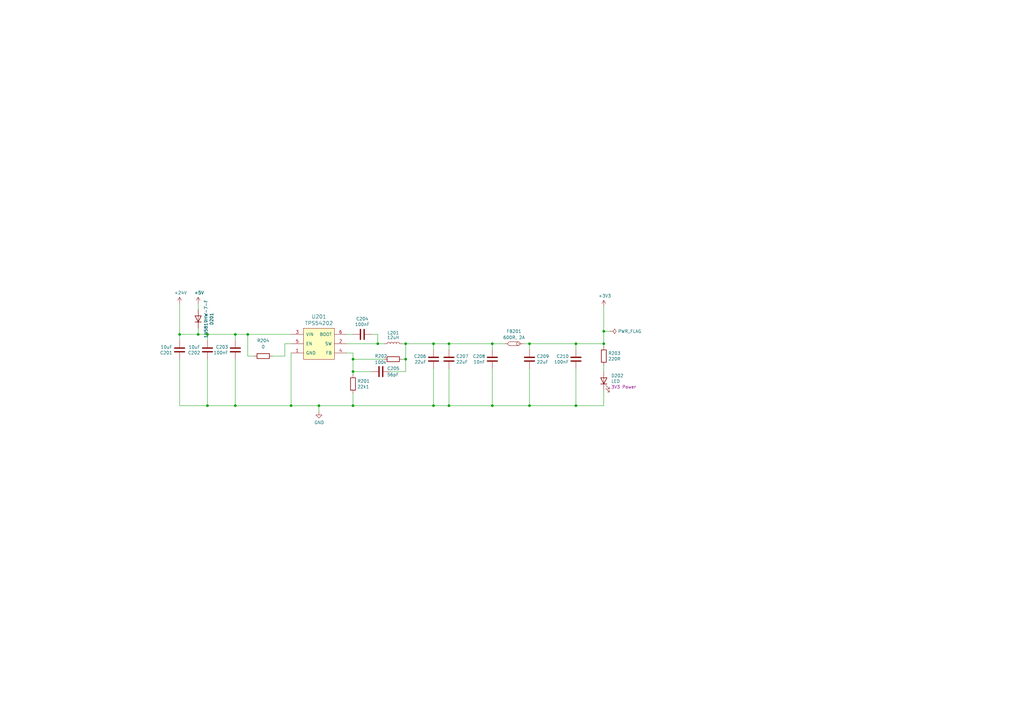
<source format=kicad_sch>
(kicad_sch (version 20211123) (generator eeschema)
  (paper "A3")
  (title_block (title "Control Box") (date "2020-12-15") (rev "vB") (comment 1 "EA") (comment 2 "MJ"))
  (lib_symbols
    (symbol "RCAS_Diodes:D" (pin_numbers hide) (pin_names (offset 1.016) hide)
      (property "Reference" "D" (at 0 2.54 0))
      (property "Value" "D" (at 0 -2.54 0))
      (symbol "D_0_1"
        (polyline (pts (xy -1.27 1.27) (xy -1.27 -1.27)) (stroke (width 0.254)))
        (polyline (pts (xy 1.27 0) (xy -1.27 0)))
        (polyline (pts (xy 1.27 1.27) (xy 1.27 -1.27) (xy -1.27 0) (xy 1.27 1.27)) (stroke (width 0.254)))
      )
      (symbol "D_1_1"
        (pin passive line (at -3.81 0 0) (length 2.54) (name "K") (number "1"))
        (pin passive line (at 3.81 0 180) (length 2.54) (name "A") (number "2"))
      )
    )
    (symbol "RCAS_LEDs:LED" (pin_numbers hide) (pin_names (offset 1.016) hide)
      (property "Reference" "D" (at 0 2.54 0))
      (property "Value" "LED" (at 0 -2.54 0))
      (symbol "LED_0_1"
        (polyline (pts (xy -1.27 -1.27) (xy -1.27 1.27)) (stroke (width 0.254)))
        (polyline (pts (xy -1.27 0) (xy 1.27 0)))
        (polyline (pts (xy 1.27 -1.27) (xy 1.27 1.27) (xy -1.27 0) (xy 1.27 -1.27)) (stroke (width 0.254)))
        (polyline (pts (xy -3.048 -0.762) (xy -4.572 -2.286) (xy -3.81 -2.286) (xy -4.572 -2.286) (xy -4.572 -1.524)))
        (polyline (pts (xy -1.778 -0.762) (xy -3.302 -2.286) (xy -2.54 -2.286) (xy -3.302 -2.286) (xy -3.302 -1.524)))
      )
      (symbol "LED_1_1"
        (pin passive line (at -3.81 0 0) (length 2.54) (name "K") (number "1"))
        (pin passive line (at 3.81 0 180) (length 2.54) (name "A") (number "2"))
      )
    )
    (symbol "RCAS_Passives:Capacitor" (pin_numbers hide) (pin_names (offset 0.254))
      (property "Reference" "C" (at 0.635 2.54 0))
      (property "Value" "Capacitor" (at 0.635 -2.54 0))
      (symbol "Capacitor_0_1"
        (polyline (pts (xy -2.032 -0.762) (xy 2.032 -0.762)) (stroke (width 0.508)))
        (polyline (pts (xy -2.032 0.762) (xy 2.032 0.762)) (stroke (width 0.508)))
      )
      (symbol "Capacitor_1_1"
        (pin passive line (at 0 3.81 270) (length 2.794) (name "~") (number "1"))
        (pin passive line (at 0 -3.81 90) (length 2.794) (name "~") (number "2"))
      )
    )
    (symbol "RCAS_Passives:Ferrite_Bead" (pin_numbers hide) (pin_names (offset 0))
      (property "Reference" "FB" (at -1.905 0.635 90))
      (property "Value" "Ferrite_Bead" (at 1.905 0.635 90))
      (symbol "Ferrite_Bead_0_1"
        (arc (start -0.762 -1.778) (mid 0 -2.54) (end 0.762 -1.778))
        (polyline (pts (xy -0.762 -1.778) (xy -0.762 1.778)))
        (polyline (pts (xy 0.762 -1.778) (xy 0.762 1.778)))
        (circle (center 0 1.778) (radius 0.762))
      )
      (symbol "Ferrite_Bead_1_1"
        (pin passive line (at 0 3.81 270) (length 2.032) (name "~") (number "1"))
        (pin passive line (at 0 -3.81 90) (length 1.27) (name "~") (number "2"))
      )
    )
    (symbol "RCAS_Passives:Inductor" (pin_numbers hide) (pin_names (offset 1.016) hide)
      (property "Reference" "L" (at -1.27 0 90))
      (property "Value" "Inductor" (at 1.905 0 90))
      (symbol "Inductor_0_1"
        (arc (start 0 -2.54) (mid 0.635 -1.905) (end 0 -1.27))
        (arc (start 0 -1.27) (mid 0.635 -0.635) (end 0 0))
        (arc (start 0 0) (mid 0.635 0.635) (end 0 1.27))
        (arc (start 0 1.27) (mid 0.635 1.905) (end 0 2.54))
      )
      (symbol "Inductor_1_1"
        (pin passive line (at 0 3.81 270) (length 1.27) (name "1") (number "1"))
        (pin passive line (at 0 -3.81 90) (length 1.27) (name "2") (number "2"))
      )
    )
    (symbol "RCAS_Passives:Resistor" (pin_numbers hide) (pin_names (offset 0))
      (property "Reference" "R" (at 2.032 0 90))
      (property "Value" "Resistor" (at 0 0 90))
      (symbol "Resistor_0_1"
        (rectangle (start -1.016 -2.54) (end 1.016 2.54) (stroke (width 0.254)))
      )
      (symbol "Resistor_1_1"
        (pin passive line (at 0 3.81 270) (length 1.27) (name "~") (number "1"))
        (pin passive line (at 0 -3.81 90) (length 1.27) (name "~") (number "2"))
      )
    )
    (symbol "RCAS_Power_Symbols:+24V0" (power) (pin_names (offset 0))
      (property "Value" "+24V0" (at 0 3.556 0))
      (symbol "+24V0_0_1"
        (polyline (pts (xy -0.762 1.27) (xy 0 2.54)))
        (polyline (pts (xy 0 0) (xy 0 2.54)))
        (polyline (pts (xy 0 2.54) (xy 0.762 1.27)))
      )
      (symbol "+24V0_1_1"
        (pin power_in line (at 0 0 90) (length 0) hide (name "+24V") (number "1"))
      )
    )
    (symbol "RCAS_Power_Symbols:+3V3" (power) (pin_names (offset 0))
      (property "Value" "+3V3" (at 0 3.556 0))
      (symbol "+3V3_0_1"
        (polyline (pts (xy -0.762 1.27) (xy 0 2.54)))
        (polyline (pts (xy 0 0) (xy 0 2.54)))
        (polyline (pts (xy 0 2.54) (xy 0.762 1.27)))
      )
      (symbol "+3V3_1_1"
        (pin power_in line (at 0 0 90) (length 0) hide (name "+3V3") (number "1"))
      )
    )
    (symbol "RCAS_Power_Symbols:+5V0" (power) (pin_names (offset 0))
      (property "Value" "+5V0" (at 0 3.556 0))
      (symbol "+5V0_0_1"
        (polyline (pts (xy -0.762 1.27) (xy 0 2.54)))
        (polyline (pts (xy 0 0) (xy 0 2.54)))
        (polyline (pts (xy 0 2.54) (xy 0.762 1.27)))
      )
      (symbol "+5V0_1_1"
        (pin power_in line (at 0 0 90) (length 0) hide (name "+5V") (number "1"))
      )
    )
    (symbol "RCAS_Power_Symbols:GND" (power) (pin_names (offset 0))
      (property "Value" "GND" (at 0 -3.81 0))
      (symbol "GND_0_1"
        (polyline (pts (xy 0 0) (xy 0 -1.27) (xy 1.27 -1.27) (xy 0 -2.54) (xy -1.27 -1.27) (xy 0 -1.27)))
      )
      (symbol "GND_1_1"
        (pin power_in line (at 0 0 270) (length 0) hide (name "GND") (number "1"))
      )
    )
    (symbol "RCAS_Power_Symbols:PWR_FLAG" (power) (pin_numbers hide) (pin_names (offset 0) hide)
      (symbol "PWR_FLAG_0_0"
        (pin power_out line (at 0 0 90) (length 0) (name "pwr") (number "1"))
      )
      (symbol "PWR_FLAG_0_1"
        (polyline (pts (xy 0 0) (xy 0 1.27) (xy -1.016 1.905) (xy 0 2.54) (xy 1.016 1.905) (xy 0 1.27)))
      )
    )
    (symbol "RCAS_Regulators_Switch-Mode:TPS54202" (pin_names (offset 1.016))
      (property "Reference" "U201" (at 0 11.0998 0))
      (property "Value" "TPS54202" (at 0 8.4074 0))
      (symbol "TPS54202_0_1"
        (rectangle (start -6.35 6.35) (end 6.35 -6.35) (fill (type background)))
      )
      (symbol "TPS54202_1_1"
        (pin power_in line (at -11.43 -3.81 0) (length 5.08) (name "GND") (number "1"))
        (pin output line (at 11.43 0 180) (length 5.08) (name "SW") (number "2"))
        (pin power_in line (at -11.43 3.81 0) (length 5.08) (name "VIN") (number "3"))
        (pin input line (at 11.43 -3.81 180) (length 5.08) (name "FB") (number "4"))
        (pin input line (at -11.43 0 0) (length 5.08) (name "EN") (number "5"))
        (pin output line (at 11.43 3.81 180) (length 5.08) (name "BOOT") (number "6"))
      )
    )
  )
  (junction (at 96.52 137.16))
  (junction (at 236.22 140.97))
  (junction (at 96.52 166.37))
  (junction (at 130.81 166.37))
  (junction (at 217.17 166.37))
  (junction (at 247.65 135.89))
  (junction (at 177.8 140.97))
  (junction (at 73.66 137.16))
  (junction (at 184.15 140.97))
  (junction (at 119.38 166.37))
  (junction (at 201.93 166.37))
  (junction (at 166.37 140.97))
  (junction (at 236.22 166.37))
  (junction (at 217.17 140.97))
  (junction (at 177.8 166.37))
  (junction (at 144.78 152.4))
  (junction (at 154.94 140.97))
  (junction (at 247.65 140.97))
  (junction (at 101.6 137.16))
  (junction (at 201.93 140.97))
  (junction (at 85.09 137.16))
  (junction (at 144.78 166.37))
  (junction (at 166.37 147.32))
  (junction (at 184.15 166.37))
  (junction (at 144.78 147.32))
  (junction (at 81.28 137.16))
  (junction (at 85.09 166.37))
  (wire (pts (xy 166.37 140.97) (xy 177.8 140.97)))
  (wire (pts (xy 144.78 161.29) (xy 144.78 166.37)))
  (wire (pts (xy 201.93 140.97) (xy 201.93 143.51)))
  (wire (pts (xy 81.28 137.16) (xy 85.09 137.16)))
  (wire (pts (xy 116.84 140.97) (xy 119.38 140.97)))
  (wire (pts (xy 177.8 151.13) (xy 177.8 166.37)))
  (wire (pts (xy 96.52 137.16) (xy 101.6 137.16)))
  (wire (pts (xy 236.22 151.13) (xy 236.22 166.37)))
  (wire (pts (xy 144.78 144.78) (xy 142.24 144.78)))
  (wire (pts (xy 73.66 137.16) (xy 81.28 137.16)))
  (wire (pts (xy 104.14 146.05) (xy 101.6 146.05)))
  (wire (pts (xy 217.17 151.13) (xy 217.17 166.37)))
  (wire (pts (xy 236.22 140.97) (xy 217.17 140.97)))
  (wire (pts (xy 201.93 151.13) (xy 201.93 166.37)))
  (wire (pts (xy 85.09 137.16) (xy 96.52 137.16)))
  (wire (pts (xy 81.28 124.46) (xy 81.28 127)))
  (wire (pts (xy 236.22 143.51) (xy 236.22 140.97)))
  (wire (pts (xy 73.66 166.37) (xy 85.09 166.37)))
  (wire (pts (xy 116.84 146.05) (xy 116.84 140.97)))
  (wire (pts (xy 142.24 140.97) (xy 154.94 140.97)))
  (wire (pts (xy 96.52 139.7) (xy 96.52 137.16)))
  (wire (pts (xy 96.52 147.32) (xy 96.52 166.37)))
  (wire (pts (xy 85.09 147.32) (xy 85.09 166.37)))
  (wire (pts (xy 165.1 147.32) (xy 166.37 147.32)))
  (wire (pts (xy 217.17 166.37) (xy 236.22 166.37)))
  (wire (pts (xy 152.4 137.16) (xy 154.94 137.16)))
  (wire (pts (xy 101.6 137.16) (xy 119.38 137.16)))
  (wire (pts (xy 247.65 125.73) (xy 247.65 135.89)))
  (wire (pts (xy 217.17 166.37) (xy 201.93 166.37)))
  (wire (pts (xy 152.4 152.4) (xy 144.78 152.4)))
  (wire (pts (xy 130.81 166.37) (xy 130.81 168.91)))
  (wire (pts (xy 101.6 146.05) (xy 101.6 137.16)))
  (wire (pts (xy 73.66 147.32) (xy 73.66 166.37)))
  (wire (pts (xy 217.17 143.51) (xy 217.17 140.97)))
  (wire (pts (xy 166.37 152.4) (xy 166.37 147.32)))
  (wire (pts (xy 247.65 152.4) (xy 247.65 149.86)))
  (wire (pts (xy 250.19 135.89) (xy 247.65 135.89)))
  (wire (pts (xy 177.8 166.37) (xy 184.15 166.37)))
  (wire (pts (xy 166.37 140.97) (xy 166.37 147.32)))
  (wire (pts (xy 247.65 160.02) (xy 247.65 166.37)))
  (wire (pts (xy 184.15 151.13) (xy 184.15 166.37)))
  (wire (pts (xy 247.65 140.97) (xy 247.65 142.24)))
  (wire (pts (xy 81.28 134.62) (xy 81.28 137.16)))
  (wire (pts (xy 73.66 137.16) (xy 73.66 139.7)))
  (wire (pts (xy 144.78 152.4) (xy 144.78 153.67)))
  (wire (pts (xy 144.78 147.32) (xy 144.78 152.4)))
  (wire (pts (xy 247.65 166.37) (xy 236.22 166.37)))
  (wire (pts (xy 144.78 166.37) (xy 177.8 166.37)))
  (wire (pts (xy 184.15 166.37) (xy 201.93 166.37)))
  (wire (pts (xy 177.8 140.97) (xy 184.15 140.97)))
  (wire (pts (xy 85.09 139.7) (xy 85.09 137.16)))
  (wire (pts (xy 165.1 140.97) (xy 166.37 140.97)))
  (wire (pts (xy 96.52 166.37) (xy 119.38 166.37)))
  (wire (pts (xy 119.38 166.37) (xy 130.81 166.37)))
  (wire (pts (xy 142.24 137.16) (xy 144.78 137.16)))
  (wire (pts (xy 154.94 140.97) (xy 157.48 140.97)))
  (wire (pts (xy 130.81 166.37) (xy 144.78 166.37)))
  (wire (pts (xy 177.8 140.97) (xy 177.8 143.51)))
  (wire (pts (xy 85.09 166.37) (xy 96.52 166.37)))
  (wire (pts (xy 119.38 144.78) (xy 119.38 166.37)))
  (wire (pts (xy 217.17 140.97) (xy 214.63 140.97)))
  (wire (pts (xy 184.15 140.97) (xy 184.15 143.51)))
  (wire (pts (xy 144.78 144.78) (xy 144.78 147.32)))
  (wire (pts (xy 73.66 124.46) (xy 73.66 137.16)))
  (wire (pts (xy 111.76 146.05) (xy 116.84 146.05)))
  (wire (pts (xy 157.48 147.32) (xy 144.78 147.32)))
  (wire (pts (xy 184.15 140.97) (xy 201.93 140.97)))
  (wire (pts (xy 236.22 140.97) (xy 247.65 140.97)))
  (wire (pts (xy 154.94 137.16) (xy 154.94 140.97)))
  (wire (pts (xy 207.01 140.97) (xy 201.93 140.97)))
  (wire (pts (xy 160.02 152.4) (xy 166.37 152.4)))
  (wire (pts (xy 247.65 135.89) (xy 247.65 140.97)))
  (symbol (lib_id "RCAS_Regulators_Switch-Mode:TPS54202") (at 130.81 140.97 0) (unit 1)
    (property "Reference" "U201" (at 130.81 129.8702 0) (effects (font (size 1.524 1.524))))
    (property "Value" "TPS54202" (at 130.81 132.5626 0) (effects (font (size 1.524 1.524))))
    (property "Footprint" "RCAS_Package_TO_SOT_SMD:SOT-23-6_Handsoldering" (effects hide))
    (property "Basic/Extended" "Extended" (effects hide))
    (property "LCSC" "C134129" (effects hide))
  )
  (symbol (lib_id "RCAS_Power_Symbols:GND") (at 130.81 168.91 0) (unit 1)
    (property "Reference" "#PWR0203" (effects hide))
    (property "Value" "GND" (at 130.937 173.3042 0))
  )
  (symbol (lib_id "RCAS_Passives:Capacitor") (at 73.66 143.51 0) (unit 1)
    (property "Reference" "C201" (at 70.739 144.6784 0) (effects (justify right)))
    (property "Value" "10uF" (at 70.739 142.367 0) (effects (justify right)))
    (property "Footprint" "RCAS_Capacitor_SMD:C_1210_3225Metric_Pad1.42x2.65mm_HandSolder" (effects hide))
    (property "Basic/Extended" "Extended" (effects hide))
    (property "LCSC" "C39232" (effects hide))
  )
  (symbol (lib_id "RCAS_Passives:Capacitor") (at 85.09 143.51 0) (unit 1)
    (property "Reference" "C202" (at 82.169 144.6784 0) (effects (justify right)))
    (property "Value" "10uF" (at 82.169 142.367 0) (effects (justify right)))
    (property "Footprint" "RCAS_Capacitor_SMD:C_1210_3225Metric_Pad1.42x2.65mm_HandSolder" (effects hide))
    (property "Basic/Extended" "Extended" (effects hide))
    (property "LCSC" "C39232" (effects hide))
  )
  (symbol (lib_id "RCAS_Passives:Capacitor") (at 148.59 137.16 270) (unit 1)
    (property "Reference" "C204" (at 148.59 130.7592 90))
    (property "Value" "100nF" (at 148.59 133.0706 90))
    (property "Footprint" "RCAS_Capacitor_SMD:C_0603_1608Metric_Pad1.05x0.95mm_HandSolder" (effects hide))
    (property "LCSC" "C14663" (effects hide))
    (property "Basic/Extended" "Basic" (effects hide))
  )
  (symbol (lib_id "RCAS_Passives:Inductor") (at 161.29 140.97 90) (unit 1)
    (property "Reference" "L201" (at 161.29 136.525 90))
    (property "Value" "12uH" (at 161.29 138.43 90))
    (property "Footprint" "RCAS_Inductor_SMD:L_6.3x6.3_H3" (effects hide))
    (property "Basic/Extended" "Extended" (effects hide))
    (property "LCSC" "C324292" (effects hide))
  )
  (symbol (lib_id "RCAS_Passives:Capacitor") (at 177.8 147.32 0) (mirror y) (unit 1)
    (property "Reference" "C206" (at 174.879 146.1516 0) (effects (justify left)))
    (property "Value" "22uF" (at 174.879 148.463 0) (effects (justify left)))
    (property "Footprint" "RCAS_Capacitor_SMD:C_1206_3216Metric_Pad1.42x1.75mm_HandSolder" (effects hide))
    (property "Basic/Extended" "Extended" (effects hide))
    (property "LCSC" "C12891" (effects hide))
  )
  (symbol (lib_id "RCAS_Passives:Capacitor") (at 184.15 147.32 0) (unit 1)
    (property "Reference" "C207" (at 187.071 146.1516 0) (effects (justify left)))
    (property "Value" "22uF" (at 187.071 148.463 0) (effects (justify left)))
    (property "Footprint" "RCAS_Capacitor_SMD:C_1206_3216Metric_Pad1.42x1.75mm_HandSolder" (effects hide))
    (property "Basic/Extended" "Extended" (effects hide))
    (property "LCSC" "C12891" (effects hide))
  )
  (symbol (lib_id "RCAS_Passives:Resistor") (at 161.29 147.32 270) (unit 1)
    (property "Reference" "R202" (at 153.67 146.05 90) (effects (justify left)))
    (property "Value" "100k" (at 153.67 148.59 90) (effects (justify left)))
    (property "Footprint" "RCAS_Resistor_SMD:R_0603_1608Metric_Pad1.05x0.95mm_HandSolder" (effects hide))
    (property "Basic/Extended" "Basic" (effects hide))
    (property "LCSC" "C25803" (effects hide))
  )
  (symbol (lib_id "RCAS_Passives:Resistor") (at 144.78 157.48 0) (unit 1)
    (property "Reference" "R201" (at 146.558 156.3116 0) (effects (justify left)))
    (property "Value" "22k1" (at 146.558 158.623 0) (effects (justify left)))
    (property "Footprint" "RCAS_Resistor_SMD:R_0603_1608Metric_Pad1.05x0.95mm_HandSolder" (effects hide))
    (property "Basic/Extended" "Substituted for basic 22k" (effects hide))
    (property "LCSC" "C31850" (effects hide))
  )
  (symbol (lib_id "RCAS_Passives:Capacitor") (at 156.21 152.4 90) (mirror x) (unit 1)
    (property "Reference" "C205" (at 158.75 151.13 90) (effects (justify right)))
    (property "Value" "56pF" (at 158.75 153.67 90) (effects (justify right)))
    (property "Footprint" "RCAS_Capacitor_SMD:C_0603_1608Metric_Pad1.05x0.95mm_HandSolder" (effects hide))
    (property "LCSC" "C39148" (effects hide))
    (property "Basic/Extended" "Basic" (effects hide))
  )
  (symbol (lib_id "RCAS_Passives:Capacitor") (at 96.52 143.51 0) (mirror x) (unit 1)
    (property "Reference" "C203" (at 93.6244 142.3416 0) (effects (justify right)))
    (property "Value" "100nF" (at 93.6244 144.653 0) (effects (justify right)))
    (property "Footprint" "RCAS_Capacitor_SMD:C_0603_1608Metric_Pad1.05x0.95mm_HandSolder" (effects hide))
    (property "LCSC" "C14663" (effects hide))
    (property "Basic/Extended" "Basic" (effects hide))
  )
  (symbol (lib_id "RCAS_Passives:Capacitor") (at 236.22 147.32 0) (mirror x) (unit 1)
    (property "Reference" "C210" (at 233.3244 146.1516 0) (effects (justify right)))
    (property "Value" "100nF" (at 233.3244 148.463 0) (effects (justify right)))
    (property "Footprint" "RCAS_Capacitor_SMD:C_0603_1608Metric_Pad1.05x0.95mm_HandSolder" (effects hide))
    (property "LCSC" "C14663" (effects hide))
    (property "Basic/Extended" "Basic" (effects hide))
  )
  (symbol (lib_id "RCAS_Passives:Capacitor") (at 201.93 147.32 0) (mirror x) (unit 1)
    (property "Reference" "C208" (at 199.0344 146.1516 0) (effects (justify right)))
    (property "Value" "10nF" (at 199.0344 148.463 0) (effects (justify right)))
    (property "Footprint" "RCAS_Capacitor_SMD:C_0603_1608Metric_Pad1.05x0.95mm_HandSolder" (effects hide))
    (property "LCSC" "C57112" (effects hide))
    (property "Basic/Extended" "Basic" (effects hide))
  )
  (symbol (lib_id "RCAS_Passives:Ferrite_Bead") (at 210.82 140.97 270) (unit 1)
    (property "Reference" "FB201" (at 210.82 135.89 90))
    (property "Value" "600R, 2A" (at 210.82 138.43 90))
    (property "Footprint" "RCAS_Inductor_SMD:L_0805_2012Metric_Pad1.15x1.40mm_HandSolder" (effects hide))
    (property "Description" "600R @ 100MHz, 2A, 80mR, 0805" (effects hide))
    (property "Manufacturer" "Wurth Elektronik" (effects hide))
    (property "Manufacturer Part Number" "74279220601" (effects hide))
    (property "Supplier" "Digikey" (effects hide))
    (property "Supplier Part Number" "732-6126-1-ND" (effects hide))
    (property "Cost" "£0.25" (effects hide))
  )
  (symbol (lib_id "RCAS_Passives:Capacitor") (at 217.17 147.32 0) (unit 1)
    (property "Reference" "C209" (at 220.091 146.1516 0) (effects (justify left)))
    (property "Value" "22uF" (at 220.091 148.463 0) (effects (justify left)))
    (property "Footprint" "RCAS_Capacitor_SMD:C_1206_3216Metric_Pad1.42x1.75mm_HandSolder" (effects hide))
    (property "Basic/Extended" "Extended" (effects hide))
    (property "LCSC" "C12891" (effects hide))
  )
  (symbol (lib_id "RCAS_Passives:Resistor") (at 247.65 146.05 0) (unit 1)
    (property "Reference" "R203" (at 249.428 144.8816 0) (effects (justify left)))
    (property "Value" "220R" (at 249.428 147.193 0) (effects (justify left)))
    (property "Footprint" "RCAS_Resistor_SMD:R_0603_1608Metric_Pad1.05x0.95mm_HandSolder" (effects hide))
    (property "Basic/Extended" "Basic" (effects hide))
    (property "LCSC" "C22962" (effects hide))
  )
  (symbol (lib_id "RCAS_LEDs:LED") (at 247.65 156.21 90) (unit 1)
    (property "Reference" "D202" (at 250.6472 154.0764 90) (effects (justify right)))
    (property "Value" "LED" (at 250.6472 156.3878 90) (effects (justify right)))
    (property "Footprint" "RCAS_LED_SMD:LED_0603_1608Metric_Pad1.05x0.95mm_HandSolder" (effects hide))
    (property "Label" "3V3 Power" (at 250.6472 158.6992 90) (effects (justify right)))
    (property "Cost" "£0.11" (effects hide))
    (property "Description" "Green LED, 2V, 30mA, 0603" (effects hide))
    (property "Manufacturer" "Wurth Elektronik" (effects hide))
    (property "Manufacturer Part Number" "150060VS75000" (effects hide))
    (property "Supplier" "DigiKey" (effects hide))
    (property "Supplier Part Number" "732-4980-1-ND" (effects hide))
    (property "Basic/Extended" "Basic" (effects hide))
    (property "LCSC" "C2286" (effects hide))
  )
  (symbol (lib_id "RCAS_Power_Symbols:PWR_FLAG") (at 250.19 135.89 270) (unit 1)
    (property "Reference" "#FLG0102" (effects hide))
    (property "Value" "PWR_FLAG" (at 253.4412 135.89 90) (effects (justify left)))
  )
  (symbol (lib_id "RCAS_Diodes:D") (at 81.28 130.81 90) (unit 1)
    (property "Reference" "D201" (at 86.7918 130.81 0))
    (property "Value" "1N5819HW-7-F" (at 84.4804 130.81 0))
    (property "Footprint" "RCAS_Diode_SMD:D_SOD-123" (effects hide))
    (property "Description" "Schottky Diode, 40V, 1A, SOD123" (effects hide))
    (property "Manufacturer" "Diodes Incorporated" (effects hide))
    (property "Manufacturer Part Number" "1N5819HW-7-F" (effects hide))
    (property "Supplier" "DigiKey" (effects hide))
    (property "Supplier Part Number" "1N5819HW-FDICT-ND" (effects hide))
    (property "Cost" "£0.31" (effects hide))
    (property "Basic/Extended" "Extended" (effects hide))
    (property "LCSC" "C117948" (effects hide))
  )
  (symbol (lib_id "RCAS_Power_Symbols:+3V3") (at 247.65 125.73 0) (unit 1)
    (property "Reference" "#PWR0204" (effects hide))
    (property "Value" "+3V3" (at 248.031 121.3358 0))
  )
  (symbol (lib_id "RCAS_Power_Symbols:+5V0") (at 81.28 124.46 0) (unit 1)
    (property "Reference" "#PWR0202" (effects hide))
    (property "Value" "+5V0" (at 81.661 120.0658 0))
  )
  (symbol (lib_id "RCAS_Power_Symbols:+24V0") (at 73.66 124.46 0) (unit 1)
    (property "Reference" "#PWR0201" (effects hide))
    (property "Value" "+24V0" (at 74.041 120.0658 0))
  )
  (symbol (lib_id "RCAS_Passives:Resistor") (at 107.95 146.05 90) (unit 1)
    (property "Reference" "R204" (at 107.95 139.7 90))
    (property "Value" "0" (at 107.95 142.24 90))
    (property "Footprint" "RCAS_Resistor_SMD:R_0201_0603Metric" (effects hide))
  )
)
</source>
